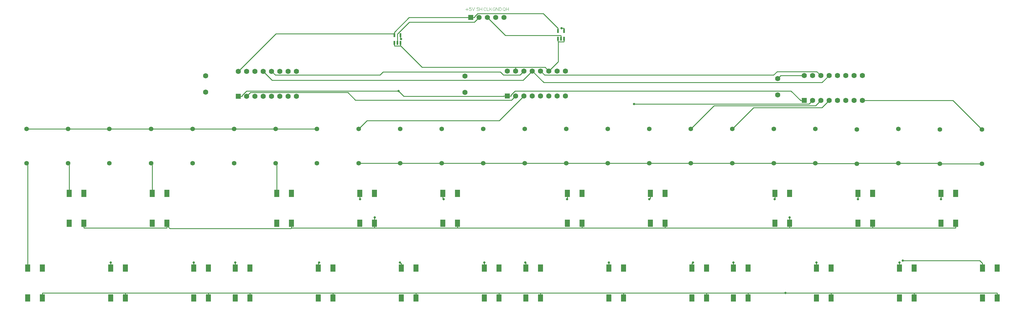
<source format=gtl>
G04 Layer: TopLayer*
G04 EasyEDA v6.5.40, 2024-08-14 23:42:52*
G04 cb6e2e9fbd21486d88ae5690d2d3dc00,10*
G04 Gerber Generator version 0.2*
G04 Scale: 100 percent, Rotated: No, Reflected: No *
G04 Dimensions in millimeters *
G04 leading zeros omitted , absolute positions ,4 integer and 5 decimal *
%FSLAX45Y45*%
%MOMM*%

%ADD10C,0.1000*%
%ADD11C,0.2540*%
%ADD12R,1.5000X2.3000*%
%ADD13R,0.4900X1.1570*%
%ADD14R,0.4900X1.1750*%
%ADD15C,1.6000*%
%ADD16R,1.6000X1.6000*%
%ADD17C,1.5748*%
%ADD18R,1.5748X1.5748*%
%ADD19C,1.4000*%
%ADD20C,0.7000*%
%ADD21C,0.0152*%

%LPD*%
D10*
X13972793Y6894576D02*
G01*
X13972793Y6812534D01*
X13931900Y6853681D02*
G01*
X14013688Y6853681D01*
X14098270Y6908037D02*
G01*
X14052804Y6908037D01*
X14048231Y6867144D01*
X14052804Y6871715D01*
X14066520Y6876287D01*
X14079981Y6876287D01*
X14093697Y6871715D01*
X14102841Y6862571D01*
X14107413Y6849110D01*
X14107413Y6839965D01*
X14102841Y6826250D01*
X14093697Y6817105D01*
X14079981Y6812534D01*
X14066520Y6812534D01*
X14052804Y6817105D01*
X14048231Y6821678D01*
X14043659Y6830821D01*
X14137386Y6908037D02*
G01*
X14173708Y6812534D01*
X14210029Y6908037D02*
G01*
X14173708Y6812534D01*
X14338554Y6894576D02*
G01*
X14329409Y6903465D01*
X14315693Y6908037D01*
X14297406Y6908037D01*
X14283943Y6903465D01*
X14274800Y6894576D01*
X14274800Y6885431D01*
X14279372Y6876287D01*
X14283943Y6871715D01*
X14293088Y6867144D01*
X14320266Y6858000D01*
X14329409Y6853681D01*
X14333981Y6849110D01*
X14338554Y6839965D01*
X14338554Y6826250D01*
X14329409Y6817105D01*
X14315693Y6812534D01*
X14297406Y6812534D01*
X14283943Y6817105D01*
X14274800Y6826250D01*
X14368525Y6908037D02*
G01*
X14368525Y6812534D01*
X14432025Y6908037D02*
G01*
X14432025Y6812534D01*
X14368525Y6862571D02*
G01*
X14432025Y6862571D01*
X14558772Y6885431D02*
G01*
X14554454Y6894576D01*
X14545309Y6903465D01*
X14536166Y6908037D01*
X14517877Y6908037D01*
X14508988Y6903465D01*
X14499843Y6894576D01*
X14495272Y6885431D01*
X14490700Y6871715D01*
X14490700Y6849110D01*
X14495272Y6835394D01*
X14499843Y6826250D01*
X14508988Y6817105D01*
X14517877Y6812534D01*
X14536166Y6812534D01*
X14545309Y6817105D01*
X14554454Y6826250D01*
X14558772Y6835394D01*
X14588997Y6908037D02*
G01*
X14588997Y6812534D01*
X14588997Y6812534D02*
G01*
X14643354Y6812534D01*
X14673325Y6908037D02*
G01*
X14673325Y6812534D01*
X14737079Y6908037D02*
G01*
X14673325Y6844537D01*
X14696186Y6867144D02*
G01*
X14737079Y6812534D01*
X14838172Y6885431D02*
G01*
X14833854Y6894576D01*
X14824709Y6903465D01*
X14815566Y6908037D01*
X14797277Y6908037D01*
X14788388Y6903465D01*
X14779243Y6894576D01*
X14774672Y6885431D01*
X14770100Y6871715D01*
X14770100Y6849110D01*
X14774672Y6835394D01*
X14779243Y6826250D01*
X14788388Y6817105D01*
X14797277Y6812534D01*
X14815566Y6812534D01*
X14824709Y6817105D01*
X14833854Y6826250D01*
X14838172Y6835394D01*
X14838172Y6849110D01*
X14815566Y6849110D02*
G01*
X14838172Y6849110D01*
X14868397Y6908037D02*
G01*
X14868397Y6812534D01*
X14868397Y6908037D02*
G01*
X14931897Y6812534D01*
X14931897Y6908037D02*
G01*
X14931897Y6812534D01*
X14961870Y6908037D02*
G01*
X14961870Y6812534D01*
X14961870Y6908037D02*
G01*
X14993620Y6908037D01*
X15007336Y6903465D01*
X15016479Y6894576D01*
X15021052Y6885431D01*
X15025624Y6871715D01*
X15025624Y6849110D01*
X15021052Y6835394D01*
X15016479Y6826250D01*
X15007336Y6817105D01*
X14993620Y6812534D01*
X14961870Y6812534D01*
X15102077Y6908037D02*
G01*
X15093188Y6903465D01*
X15084043Y6894576D01*
X15079472Y6885431D01*
X15074900Y6871715D01*
X15074900Y6849110D01*
X15079472Y6835394D01*
X15084043Y6826250D01*
X15093188Y6817105D01*
X15102077Y6812534D01*
X15120366Y6812534D01*
X15129509Y6817105D01*
X15138654Y6826250D01*
X15142972Y6835394D01*
X15147543Y6849110D01*
X15147543Y6871715D01*
X15142972Y6885431D01*
X15138654Y6894576D01*
X15129509Y6903465D01*
X15120366Y6908037D01*
X15102077Y6908037D01*
X15115793Y6830821D02*
G01*
X15142972Y6803644D01*
X15177516Y6908037D02*
G01*
X15177516Y6812534D01*
X15241270Y6908037D02*
G01*
X15241270Y6812534D01*
X15177516Y6862571D02*
G01*
X15241270Y6862571D01*
D11*
X7747000Y4953000D02*
G01*
X8014538Y4685461D01*
X15696361Y4685461D01*
X15976600Y4965700D01*
X15976600Y4965700D02*
G01*
X16331336Y4610963D01*
X24842063Y4610963D01*
X25057100Y4826000D01*
X15722600Y4965700D02*
G01*
X15600425Y4843526D01*
X15090140Y4843526D01*
X14997252Y4936413D01*
X11410924Y4936413D01*
X11314556Y4840046D01*
X8113953Y4840046D01*
X8001000Y4953000D01*
X24803100Y4826000D02*
G01*
X24681205Y4947894D01*
X23464545Y4947894D01*
X23359363Y4842713D01*
X16353586Y4842713D01*
X16230600Y4965700D01*
X14605000Y6604000D02*
G01*
X15152268Y6056731D01*
X16842003Y6056731D01*
X16852900Y6045835D01*
X16852900Y5955233D02*
G01*
X16852900Y6045835D01*
X11849100Y5828233D02*
G01*
X11849100Y6097066D01*
X12212243Y6460210D01*
X14207210Y6460210D01*
X14351000Y6604000D01*
X508000Y2142007D02*
G01*
X537006Y2113000D01*
X537006Y-1069009D01*
X1778000Y2142007D02*
G01*
X1807006Y2113000D01*
X1807006Y1216990D01*
X8128000Y2142007D02*
G01*
X8157006Y2113000D01*
X8157006Y1216990D01*
X4318000Y2142007D02*
G01*
X4346981Y2113026D01*
X4346981Y1216990D01*
X24182349Y4064000D02*
G01*
X23892713Y4353636D01*
X15449067Y4353636D01*
X15327325Y4231894D01*
X15327325Y4203700D01*
X24295100Y4064000D02*
G01*
X24182349Y4064000D01*
X15214600Y4203700D02*
G01*
X15327325Y4203700D01*
X6985000Y4191000D02*
G01*
X7097725Y4191000D01*
X15214600Y4203700D02*
G01*
X15101849Y4203700D01*
X11944095Y5967476D02*
G01*
X11961723Y5949848D01*
X11961723Y5943168D01*
X7097725Y4191000D02*
G01*
X7097725Y4219194D01*
X7234554Y4356023D01*
X11887631Y4356023D01*
X11887631Y4356023D02*
G01*
X12047854Y4195800D01*
X15093950Y4195800D01*
X15101849Y4203700D01*
X11944095Y6058966D02*
G01*
X11944095Y5967476D01*
X11754104Y5737631D02*
G01*
X11760174Y5731560D01*
X11938025Y5731560D01*
X11944095Y5737631D01*
X11754104Y5828233D02*
G01*
X11754104Y5737631D01*
X11944095Y5828233D02*
G01*
X11944095Y5737631D01*
X16947895Y5955233D02*
G01*
X16947895Y5864631D01*
X16757904Y5955233D02*
G01*
X16757904Y5864631D01*
X16947895Y5864631D02*
G01*
X16939920Y5856655D01*
X16765879Y5856655D01*
X16765879Y5856655D02*
G01*
X16757904Y5864631D01*
X9385300Y3191992D02*
G01*
X8128000Y3191992D01*
X508000Y3191992D02*
G01*
X1778000Y3191992D01*
X1778000Y3191992D02*
G01*
X3035300Y3191992D01*
X3035300Y3191992D02*
G01*
X4318000Y3191992D01*
X4318000Y3191992D02*
G01*
X5588000Y3191992D01*
X5588000Y3191992D02*
G01*
X6858000Y3191992D01*
X6858000Y3191992D02*
G01*
X8128000Y3191992D01*
X28448000Y2129307D02*
G01*
X28435300Y2142007D01*
X27178000Y2142007D01*
X29730700Y2129307D02*
G01*
X28448000Y2129307D01*
X25908000Y2135657D02*
G01*
X25908000Y2129307D01*
X27178000Y2142007D02*
G01*
X25914350Y2142007D01*
X25908000Y2135657D01*
X25908000Y2135657D02*
G01*
X24644350Y2135657D01*
X24638000Y2142007D01*
X24638000Y2142007D02*
G01*
X23368000Y2142007D01*
X23368000Y2142007D02*
G01*
X22098000Y2142007D01*
X22098000Y2142007D02*
G01*
X20828000Y2142007D01*
X20828000Y2142007D02*
G01*
X19558000Y2142007D01*
X19558000Y2142007D02*
G01*
X18288000Y2142007D01*
X18288000Y2142007D02*
G01*
X17018000Y2142007D01*
X17018000Y2142007D02*
G01*
X15748000Y2142007D01*
X15748000Y2142007D02*
G01*
X14478000Y2142007D01*
X14478000Y2142007D02*
G01*
X13208000Y2142007D01*
X13208000Y2142007D02*
G01*
X11938000Y2142007D01*
X11938000Y2142007D02*
G01*
X10668000Y2142007D01*
X16765879Y5856655D02*
G01*
X16765879Y5246979D01*
X16484600Y4965700D01*
X15468600Y5081727D02*
G01*
X15468600Y4965700D01*
X16484600Y4965700D02*
G01*
X16368572Y5081727D01*
X15468600Y5081727D01*
X15468600Y5081727D02*
G01*
X12600000Y5081727D01*
X11944095Y5737631D01*
X10705922Y1044600D02*
G01*
X10697006Y1053515D01*
X10697006Y1216990D01*
X15722600Y4203700D02*
G01*
X14962250Y3443351D01*
X10919358Y3443351D01*
X10668000Y3191992D01*
X16947895Y6185966D02*
G01*
X16947895Y6277457D01*
X16947895Y6277457D02*
G01*
X16867606Y6277457D01*
X15468600Y4203700D02*
G01*
X15340050Y4075150D01*
X10567161Y4075150D01*
X10335006Y4307306D01*
X7355306Y4307306D01*
X7239000Y4191000D01*
X19091452Y3951147D02*
G01*
X24436247Y3951147D01*
X24549100Y4064000D01*
X11754104Y6150457D02*
G01*
X12207646Y6604000D01*
X14097000Y6604000D01*
X16757904Y6277457D02*
G01*
X16309695Y6725665D01*
X14302282Y6725665D01*
X14208480Y6631863D01*
X14208480Y6604000D01*
X16757904Y6185966D02*
G01*
X16757904Y6277457D01*
X14097000Y6604000D02*
G01*
X14208480Y6604000D01*
X24295100Y4826000D02*
G01*
X23575187Y4826000D01*
X23482300Y4733112D01*
X23846993Y479780D02*
G01*
X23846993Y307009D01*
X8606993Y159257D02*
G01*
X8607120Y159130D01*
X11146866Y159130D01*
X11146993Y159257D01*
X8606993Y307009D02*
G01*
X8606993Y159257D01*
X11146993Y307009D02*
G01*
X11146993Y159257D01*
X7336993Y-1978990D02*
G01*
X7336993Y-1831238D01*
X6066993Y-1978990D02*
G01*
X6066993Y-1831238D01*
X3526993Y-1978990D02*
G01*
X3526993Y-1831238D01*
X6066993Y-1831111D02*
G01*
X6066993Y-1831238D01*
X4796993Y159257D02*
G01*
X4796866Y159130D01*
X2257120Y159130D01*
X2256993Y159257D01*
X2256993Y307009D02*
G01*
X2256993Y159257D01*
X986993Y-1978990D02*
G01*
X986993Y-1831238D01*
X3526993Y-1831111D02*
G01*
X3526993Y-1831238D01*
X6066993Y-1831111D02*
G01*
X3526993Y-1831111D01*
X3526993Y-1831111D02*
G01*
X987120Y-1831111D01*
X986993Y-1831238D01*
X4796993Y307009D02*
G01*
X4796993Y233146D01*
X4796993Y233146D02*
G01*
X4796993Y159257D01*
X4796993Y233146D02*
G01*
X4887036Y143103D01*
X8590838Y143103D01*
X8606993Y159257D01*
X7336993Y-1831238D02*
G01*
X7336866Y-1831111D01*
X6066993Y-1831111D01*
X30197043Y-1978990D02*
G01*
X30197043Y-1831238D01*
X27657043Y-1978990D02*
G01*
X27657043Y-1831238D01*
X28927043Y159257D02*
G01*
X28926790Y159130D01*
X26387043Y159130D01*
X26387043Y159257D01*
X28927043Y307009D02*
G01*
X28927043Y159257D01*
X25116993Y-1978990D02*
G01*
X25116993Y-1831238D01*
X27657043Y-1831111D02*
G01*
X27657043Y-1831238D01*
X30197043Y-1831238D02*
G01*
X30196790Y-1831111D01*
X27657043Y-1831111D01*
X26387043Y307009D02*
G01*
X26387043Y170586D01*
X26387043Y170586D02*
G01*
X26387043Y159257D01*
X26387043Y159257D02*
G01*
X26386790Y159130D01*
X23847120Y159130D01*
X23846993Y159257D01*
X22576993Y-1978990D02*
G01*
X22576993Y-1831238D01*
X25116993Y-1831111D02*
G01*
X25116993Y-1831238D01*
X27657043Y-1831111D02*
G01*
X25116993Y-1831111D01*
X23846993Y307009D02*
G01*
X23846993Y170586D01*
X23846993Y170586D02*
G01*
X23846993Y159257D01*
X23846993Y159257D02*
G01*
X23846866Y159130D01*
X20037120Y159130D01*
X20036993Y159257D01*
X21306993Y-1978990D02*
G01*
X21306993Y-1831238D01*
X22576993Y-1831111D02*
G01*
X22576993Y-1831238D01*
X18766993Y-1978990D02*
G01*
X18766993Y-1831238D01*
X21306993Y-1831111D02*
G01*
X21306993Y-1831238D01*
X22576993Y-1831111D02*
G01*
X21306993Y-1831111D01*
X20036993Y307009D02*
G01*
X20036993Y170586D01*
X20036993Y170586D02*
G01*
X20036993Y159257D01*
X20036993Y159257D02*
G01*
X20036866Y159130D01*
X17497120Y159130D01*
X17496993Y159257D01*
X16226993Y-1978990D02*
G01*
X16226993Y-1831238D01*
X18766993Y-1831111D02*
G01*
X18766993Y-1831238D01*
X21306993Y-1831111D02*
G01*
X18766993Y-1831111D01*
X17496993Y307009D02*
G01*
X17496993Y170586D01*
X17496993Y170586D02*
G01*
X17496993Y159257D01*
X17496993Y159257D02*
G01*
X17496866Y159130D01*
X13687120Y159130D01*
X13686993Y159257D01*
X14956993Y-1978990D02*
G01*
X14956993Y-1831238D01*
X16226993Y-1831111D02*
G01*
X16226993Y-1831238D01*
X18766993Y-1831111D02*
G01*
X16226993Y-1831111D01*
X12416993Y-1978990D02*
G01*
X12416993Y-1831238D01*
X14956993Y-1831111D02*
G01*
X14956993Y-1831238D01*
X16226993Y-1831111D02*
G01*
X14956993Y-1831111D01*
X13686993Y307009D02*
G01*
X13686993Y170586D01*
X13686993Y170586D02*
G01*
X13686993Y159257D01*
X13686993Y159257D02*
G01*
X13686866Y159130D01*
X11147120Y159130D01*
X11146993Y159257D01*
X9876993Y-1978990D02*
G01*
X9876993Y-1831238D01*
X12416993Y-1831111D02*
G01*
X12416993Y-1831238D01*
X14956993Y-1831111D02*
G01*
X12416993Y-1831111D01*
X25116993Y-1831111D02*
G01*
X23720679Y-1831111D01*
X23720679Y-1831111D02*
G01*
X22576993Y-1831111D01*
X9877120Y-1831111D02*
G01*
X9876993Y-1831238D01*
X12416993Y-1831111D02*
G01*
X9877120Y-1831111D01*
X9877120Y-1831111D02*
G01*
X7337120Y-1831111D01*
X7336993Y-1831238D01*
X11754104Y6058966D02*
G01*
X11754104Y6104712D01*
X11754104Y6104712D02*
G01*
X11754104Y6150457D01*
X11754104Y6104712D02*
G01*
X8136712Y6104712D01*
X6985000Y4953000D01*
X11152555Y479094D02*
G01*
X11146993Y473532D01*
X11146993Y307009D01*
X6887006Y-895908D02*
G01*
X6887006Y-1069009D01*
X17042256Y1043990D02*
G01*
X17047006Y1048740D01*
X17047006Y1216990D01*
X29730700Y3179292D02*
G01*
X28846018Y4064000D01*
X26073100Y4064000D01*
X27206956Y-894892D02*
G01*
X27206956Y-1069009D01*
X25936956Y1044320D02*
G01*
X25936956Y1216990D01*
X24667006Y-896950D02*
G01*
X24667006Y-1069009D01*
X23387862Y1044981D02*
G01*
X23397006Y1054125D01*
X23397006Y1216990D01*
X22127006Y-898017D02*
G01*
X22127006Y-1069009D01*
X22098000Y3191992D02*
G01*
X22748138Y3842130D01*
X24835231Y3842130D01*
X25057100Y4064000D01*
X20857006Y-1069009D02*
G01*
X20857006Y-921257D01*
X20896021Y-897026D02*
G01*
X20871789Y-921257D01*
X20857006Y-921257D01*
X20828000Y3191992D02*
G01*
X21539352Y3903345D01*
X24642445Y3903345D01*
X24803100Y4064000D01*
X19587006Y1216990D02*
G01*
X19587006Y1069238D01*
X19559117Y1044575D02*
G01*
X19583781Y1069238D01*
X19587006Y1069238D01*
X15757931Y-898575D02*
G01*
X15777006Y-917651D01*
X15777006Y-1069009D01*
X14507006Y-895146D02*
G01*
X14507006Y-1069009D01*
X13237006Y1216990D02*
G01*
X13237006Y1069238D01*
X13264946Y1044575D02*
G01*
X13240283Y1069238D01*
X13237006Y1069238D01*
X11967006Y-1069009D02*
G01*
X11967006Y-921257D01*
X11928043Y-897026D02*
G01*
X11952274Y-921257D01*
X11967006Y-921257D01*
X3076981Y-894384D02*
G01*
X3076981Y-1069009D01*
X5617006Y-894918D02*
G01*
X5617006Y-1069009D01*
X9427006Y-921257D02*
G01*
X9427895Y-921257D01*
X9451416Y-897737D01*
X9427006Y-1069009D02*
G01*
X9427006Y-921257D01*
X18317006Y-895121D02*
G01*
X18317006Y-1069009D01*
X28476956Y1043889D02*
G01*
X28476956Y1216990D01*
X27308556Y-834313D02*
G01*
X29660088Y-834313D01*
X29746956Y-921257D01*
X29746956Y-1069009D02*
G01*
X29746956Y-921257D01*
D12*
G01*
X9877018Y-1069009D03*
G01*
X9876993Y-1978990D03*
G01*
X9427006Y-1069009D03*
G01*
X9427006Y-1978990D03*
G01*
X11147018Y1216990D03*
G01*
X11146993Y307009D03*
G01*
X10697006Y1216990D03*
G01*
X10697006Y307009D03*
G01*
X12417018Y-1069009D03*
G01*
X12416993Y-1978990D03*
G01*
X11967006Y-1069009D03*
G01*
X11967006Y-1978990D03*
G01*
X13687018Y1216990D03*
G01*
X13686993Y307009D03*
G01*
X13237006Y1216990D03*
G01*
X13237006Y307009D03*
G01*
X14957018Y-1069009D03*
G01*
X14956993Y-1978990D03*
G01*
X14507006Y-1069009D03*
G01*
X14507006Y-1978990D03*
G01*
X16227018Y-1069009D03*
G01*
X16226993Y-1978990D03*
G01*
X15777006Y-1069009D03*
G01*
X15777006Y-1978990D03*
G01*
X17497018Y1216990D03*
G01*
X17496993Y307009D03*
G01*
X17047006Y1216990D03*
G01*
X17047006Y307009D03*
G01*
X18767018Y-1069009D03*
G01*
X18766993Y-1978990D03*
G01*
X18317006Y-1069009D03*
G01*
X18317006Y-1978990D03*
G01*
X20037018Y1216990D03*
G01*
X20036993Y307009D03*
G01*
X19587006Y1216990D03*
G01*
X19587006Y307009D03*
G01*
X21307018Y-1069009D03*
G01*
X21306993Y-1978990D03*
G01*
X20857006Y-1069009D03*
G01*
X20857006Y-1978990D03*
G01*
X22577018Y-1069009D03*
G01*
X22576993Y-1978990D03*
G01*
X22127006Y-1069009D03*
G01*
X22127006Y-1978990D03*
G01*
X23847018Y1216990D03*
G01*
X23846993Y307009D03*
G01*
X23397006Y1216990D03*
G01*
X23397006Y307009D03*
G01*
X25117018Y-1069009D03*
G01*
X25116993Y-1978990D03*
G01*
X24667006Y-1069009D03*
G01*
X24667006Y-1978990D03*
G01*
X26387018Y1216990D03*
G01*
X26386993Y307009D03*
G01*
X25937006Y1216990D03*
G01*
X25937006Y307009D03*
G01*
X27657018Y-1069009D03*
G01*
X27656993Y-1978990D03*
G01*
X27207006Y-1069009D03*
G01*
X27207006Y-1978990D03*
G01*
X28927018Y1216990D03*
G01*
X28926993Y307009D03*
G01*
X28477006Y1216990D03*
G01*
X28477006Y307009D03*
G01*
X30197018Y-1069009D03*
G01*
X30196993Y-1978990D03*
G01*
X29747006Y-1069009D03*
G01*
X29747006Y-1978990D03*
G01*
X987018Y-1069009D03*
G01*
X986993Y-1978990D03*
G01*
X537006Y-1069009D03*
G01*
X537006Y-1978990D03*
G01*
X2257018Y1216990D03*
G01*
X2256993Y307009D03*
G01*
X1807006Y1216990D03*
G01*
X1807006Y307009D03*
G01*
X3527018Y-1069009D03*
G01*
X3526993Y-1978990D03*
G01*
X3076981Y-1069009D03*
G01*
X3076981Y-1978990D03*
G01*
X4797018Y1216990D03*
G01*
X4796993Y307009D03*
G01*
X4346981Y1216990D03*
G01*
X4346981Y307009D03*
G01*
X6067018Y-1069009D03*
G01*
X6066993Y-1978990D03*
G01*
X5617006Y-1069009D03*
G01*
X5617006Y-1978990D03*
G01*
X7337018Y-1069009D03*
G01*
X7336993Y-1978990D03*
G01*
X6887006Y-1069009D03*
G01*
X6887006Y-1978990D03*
G01*
X8607018Y1216990D03*
G01*
X8606993Y307009D03*
G01*
X8157006Y1216990D03*
G01*
X8157006Y307009D03*
D13*
G01*
X16757904Y5955233D03*
G01*
X16852900Y5955233D03*
G01*
X16947895Y5955233D03*
D14*
G01*
X16947895Y6185966D03*
G01*
X16757904Y6185966D03*
D13*
G01*
X11754104Y5828233D03*
G01*
X11849100Y5828233D03*
G01*
X11944095Y5828233D03*
D14*
G01*
X11944095Y6058966D03*
G01*
X11754104Y6058966D03*
D15*
G01*
X5981700Y4322013D03*
G01*
X5981700Y4822012D03*
G01*
X13914958Y4309313D03*
G01*
X13914958Y4809312D03*
G01*
X23482300Y4233113D03*
G01*
X23482300Y4733112D03*
G01*
X6985000Y4953000D03*
G01*
X7239000Y4953000D03*
G01*
X7493000Y4953000D03*
G01*
X7747000Y4953000D03*
G01*
X8001000Y4953000D03*
G01*
X8255000Y4953000D03*
G01*
X8509000Y4953000D03*
G01*
X8763000Y4953000D03*
G01*
X8763000Y4191000D03*
G01*
X8509000Y4191000D03*
G01*
X8255000Y4191000D03*
G01*
X8001000Y4191000D03*
G01*
X7747000Y4191000D03*
G01*
X7493000Y4191000D03*
G01*
X7239000Y4191000D03*
D16*
G01*
X6985000Y4191000D03*
D15*
G01*
X15214600Y4965700D03*
G01*
X15468600Y4965700D03*
G01*
X15722600Y4965700D03*
G01*
X15976600Y4965700D03*
G01*
X16230600Y4965700D03*
G01*
X16484600Y4965700D03*
G01*
X16738600Y4965700D03*
G01*
X16992600Y4965700D03*
G01*
X16992600Y4203700D03*
G01*
X16738600Y4203700D03*
G01*
X16484600Y4203700D03*
G01*
X16230600Y4203700D03*
G01*
X15976600Y4203700D03*
G01*
X15722600Y4203700D03*
G01*
X15468600Y4203700D03*
D16*
G01*
X15214600Y4203700D03*
D15*
G01*
X24295100Y4826000D03*
G01*
X24549100Y4826000D03*
G01*
X24803100Y4826000D03*
G01*
X25057100Y4826000D03*
G01*
X25311100Y4826000D03*
G01*
X25565100Y4826000D03*
G01*
X25819100Y4826000D03*
G01*
X26073100Y4826000D03*
G01*
X26073100Y4064000D03*
G01*
X25819100Y4064000D03*
G01*
X25565100Y4064000D03*
G01*
X25311100Y4064000D03*
G01*
X25057100Y4064000D03*
G01*
X24803100Y4064000D03*
G01*
X24549100Y4064000D03*
D16*
G01*
X24295100Y4064000D03*
D17*
G01*
X15113000Y6604000D03*
G01*
X14859000Y6604000D03*
G01*
X14605000Y6604000D03*
G01*
X14351000Y6604000D03*
D18*
G01*
X14097000Y6604000D03*
D19*
G01*
X10668000Y3191992D03*
G01*
X10668000Y2142007D03*
G01*
X11938000Y3191992D03*
G01*
X11938000Y2142007D03*
G01*
X13208000Y3191992D03*
G01*
X13208000Y2142007D03*
G01*
X14478000Y3191992D03*
G01*
X14478000Y2142007D03*
G01*
X15748000Y3191992D03*
G01*
X15748000Y2142007D03*
G01*
X17018000Y3191992D03*
G01*
X17018000Y2142007D03*
G01*
X18288000Y3191992D03*
G01*
X18288000Y2142007D03*
G01*
X19558000Y3191992D03*
G01*
X19558000Y2142007D03*
G01*
X20828000Y3191992D03*
G01*
X20828000Y2142007D03*
G01*
X22098000Y3191992D03*
G01*
X22098000Y2142007D03*
G01*
X23368000Y3191992D03*
G01*
X23368000Y2142007D03*
G01*
X24638000Y3191992D03*
G01*
X24638000Y2142007D03*
G01*
X25908000Y3179292D03*
G01*
X25908000Y2129307D03*
G01*
X29730700Y3179292D03*
G01*
X29730700Y2129307D03*
G01*
X28448000Y3179292D03*
G01*
X28448000Y2129307D03*
G01*
X27178000Y3191992D03*
G01*
X27178000Y2142007D03*
G01*
X8128000Y2142007D03*
G01*
X8128000Y3191992D03*
G01*
X6858000Y2142007D03*
G01*
X6858000Y3191992D03*
G01*
X5588000Y2142007D03*
G01*
X5588000Y3191992D03*
G01*
X4318000Y2142007D03*
G01*
X4318000Y3191992D03*
G01*
X3035300Y2142007D03*
G01*
X3035300Y3191992D03*
G01*
X1778000Y2142007D03*
G01*
X1778000Y3191992D03*
G01*
X508000Y2142007D03*
G01*
X508000Y3191992D03*
G01*
X9385300Y2142007D03*
G01*
X9385300Y3191992D03*
D20*
G01*
X27308556Y-834313D03*
G01*
X28476956Y1043889D03*
G01*
X18317006Y-895121D03*
G01*
X9451416Y-897737D03*
G01*
X5617006Y-894918D03*
G01*
X3076981Y-894384D03*
G01*
X11928043Y-897026D03*
G01*
X13264946Y1044575D03*
G01*
X14507006Y-895146D03*
G01*
X15757931Y-898575D03*
G01*
X19559117Y1044575D03*
G01*
X20896021Y-897026D03*
G01*
X22127006Y-898017D03*
G01*
X23387862Y1044981D03*
G01*
X24667006Y-896950D03*
G01*
X25936956Y1044320D03*
G01*
X27206956Y-894892D03*
G01*
X17042256Y1043990D03*
G01*
X6887006Y-895908D03*
G01*
X11152555Y479094D03*
G01*
X23720679Y-1831111D03*
G01*
X23846993Y479780D03*
G01*
X19091452Y3951147D03*
G01*
X16867606Y6277457D03*
G01*
X10705922Y1044600D03*
G01*
X11887631Y4356023D03*
G01*
X11961723Y5943168D03*
M02*

</source>
